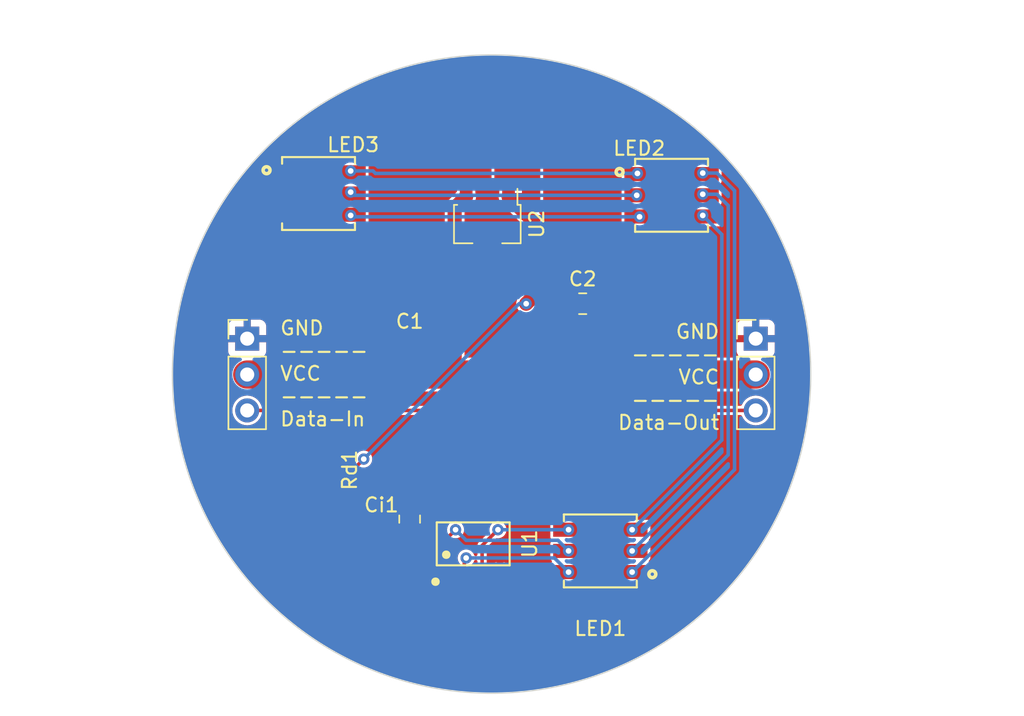
<source format=kicad_pcb>
(kicad_pcb (version 20221018) (generator pcbnew)
  (layers (0 "F.Cu" signal) (31 "B.Cu" signal) (34 "B.Paste" user) (35 "F.Paste" user) (36 "B.SilkS" user "B.Silkscreen") (37 "F.SilkS" user "F.Silkscreen") (38 "B.Mask" user) (39 "F.Mask" user) (44 "Edge.Cuts" user))
  (net 0 "")
  (net 1 "GND")
  (net 2 "VCC")
  (net 3 "+12V")
  (net 4 "Net-(U1-VDD)")
  (net 5 "Net-(U1-OUTB)")
  (net 6 "Net-(U1-OUTR)")
  (net 7 "Net-(U1-OUTG)")
  (net 8 "Net-(LED1-+-Pad1)")
  (net 9 "Net-(LED1-+-Pad2)")
  (net 10 "Net-(LED1-+-Pad3)")
  (net 11 "Net-(LED2-+-Pad1)")
  (net 12 "Net-(LED2-+-Pad2)")
  (net 13 "Net-(LED2-+-Pad3)")
  (net 15 "Data-In")
  (net 16 "Data-Out")
  (footprint "Capacitor_SMD:C_0805_2012Metric" (layer "F.Cu") (at 131.5 104.25 -90)
    (fp_text reference "Ci1" (at -1 2 -180) (layer "F.SilkS"))
    (fp_text value "100nf" hide)
    (fp_line (start -0.261252 -0.735) (end 0.261252 -0.735) (stroke (width 0.12)) (layer "F.SilkS"))
    (fp_line (start -0.261252 0.735) (end 0.261252 0.735) (stroke (width 0.12)) (layer "F.SilkS"))
    (pad "1" smd roundrect (at -0.95 0 270) (size 1 1.45) (layers "F.Cu" "F.Paste" "F.Mask") (net 4 "Net-(U1-VDD)"))
    (pad "2" smd roundrect (at 0.95 0 270) (size 1 1.45) (layers "F.Cu" "F.Paste" "F.Mask") (net 1 "GND"))
  )
  (footprint "models:LED-SMD_6P-L5.0-W5.0-TL_TC5050RGBF08" (layer "F.Cu") (at 150.0425 81.325)
    (fp_text reference "LED2" (at -2.2925 -3.325) (layer "F.SilkS"))
    (fp_text value "TC5050RGBF08-3CJH-AF53A" hide)
    (fp_line (start -2.58 -2.58) (end -2.58 -2.58) (stroke (width 0.15)) (layer "F.SilkS"))
    (fp_line (start -2.58 -2.58) (end -2.58 -2.11) (stroke (width 0.15)) (layer "F.SilkS"))
    (fp_line (start -2.58 2.58) (end -2.58 2.11) (stroke (width 0.15)) (layer "F.SilkS"))
    (fp_line (start -2.58 2.58) (end -2.58 2.58) (stroke (width 0.15)) (layer "F.SilkS"))
    (fp_line (start 2.58 -2.58) (end -2.58 -2.58) (stroke (width 0.15)) (layer "F.SilkS"))
    (fp_line (start 2.58 -2.58) (end 2.58 -2.58) (stroke (width 0.15)) (layer "F.SilkS"))
    (fp_line (start 2.58 -2.11) (end 2.58 -2.58) (stroke (width 0.15)) (layer "F.SilkS"))
    (fp_line (start 2.58 2.11) (end 2.58 2.58) (stroke (width 0.15)) (layer "F.SilkS"))
    (fp_line (start 2.58 2.58) (end -2.58 2.58) (stroke (width 0.15)) (layer "F.SilkS"))
    (fp_line (start 2.58 2.58) (end 2.58 2.58) (stroke (width 0.15)) (layer "F.SilkS"))
    (fp_circle (center -3.68 -1.65) (end -3.56 -1.65) (stroke (width 0.25)) (fill none) (layer "F.SilkS"))
    (pad "1" smd rect (at -2.21 -1.5) (size 2.26 1) (layers "F.Cu" "F.Paste" "F.Mask") (net 11 "Net-(LED2-+-Pad1)"))
    (pad "2" smd rect (at -2.21 0) (size 2.26 1) (layers "F.Cu" "F.Paste" "F.Mask") (net 12 "Net-(LED2-+-Pad2)"))
    (pad "3" smd rect (at -2.21 1.5) (size 2.26 1) (layers "F.Cu" "F.Paste" "F.Mask") (net 13 "Net-(LED2-+-Pad3)"))
    (pad "4" smd rect (at 2.21 1.5) (size 2.26 1) (layers "F.Cu" "F.Paste" "F.Mask") (net 10 "Net-(LED1-+-Pad3)"))
    (pad "5" smd rect (at 2.21 0) (size 2.26 1) (layers "F.Cu" "F.Paste" "F.Mask") (net 9 "Net-(LED1-+-Pad2)"))
    (pad "6" smd rect (at 2.21 -1.5) (size 2.26 1) (layers "F.Cu" "F.Paste" "F.Mask") (net 8 "Net-(LED1-+-Pad1)"))
  )
  (footprint "Resistor_SMD:R_0201_0603Metric" (layer "F.Cu") (at 127.25 103 -90)
    (fp_text reference "Rd1" (at -2.22 0 90) (layer "F.SilkS"))
    (fp_text value "3.3k" hide)
    (pad "1" smd roundrect (at -0.32 0 270) (size 0.46 0.4) (layers "F.Cu" "F.Mask") (net 3 "+12V"))
    (pad "2" smd roundrect (at 0.32 0 270) (size 0.46 0.4) (layers "F.Cu" "F.Mask") (net 4 "Net-(U1-VDD)"))
  )
  (footprint "Capacitor_SMD:C_0805_2012Metric" (layer "F.Cu") (at 143.75 89 180)
    (fp_text reference "C2" (at 0 1.75) (layer "F.SilkS"))
    (fp_text value "0.1uF" hide)
    (fp_line (start -0.261252 -0.735) (end 0.261252 -0.735) (stroke (width 0.12)) (layer "F.SilkS"))
    (fp_line (start -0.261252 0.735) (end 0.261252 0.735) (stroke (width 0.12)) (layer "F.SilkS"))
    (pad "1" smd roundrect (at -0.95 0 180) (size 1 1.45) (layers "F.Cu" "F.Paste" "F.Mask") (net 1 "GND"))
    (pad "2" smd roundrect (at 0.95 0 180) (size 1 1.45) (layers "F.Cu" "F.Paste" "F.Mask") (net 3 "+12V"))
  )
  (footprint "Connector_PinHeader_2.54mm:PinHeader_1x03_P2.54mm_Vertical" (layer "F.Cu") (at 156 91.475)
    (fp_text reference "REF**" hide)
    (fp_text value "PinHeader_1x03_P2.54mm_Vertical" hide)
    (fp_line (start -1.33 -1.33) (end 0 -1.33) (stroke (width 0.12)) (layer "F.SilkS"))
    (fp_line (start -1.33 0) (end -1.33 -1.33) (stroke (width 0.12)) (layer "F.SilkS"))
    (fp_line (start -1.33 1.27) (end -1.33 6.41) (stroke (width 0.12)) (layer "F.SilkS"))
    (fp_line (start -1.33 1.27) (end 1.33 1.27) (stroke (width 0.12)) (layer "F.SilkS"))
    (fp_line (start -1.33 6.41) (end 1.33 6.41) (stroke (width 0.12)) (layer "F.SilkS"))
    (fp_line (start 1.33 1.27) (end 1.33 6.41) (stroke (width 0.12)) (layer "F.SilkS"))
    (pad "1" thru_hole rect (at 0 0) (size 1.7 1.7) (drill 1) (layers "*.Cu" "*.Mask") (net 1 "GND"))
    (pad "2" thru_hole oval (at 0 2.54) (size 1.7 1.7) (drill 1) (layers "*.Cu" "*.Mask") (net 2 "VCC"))
    (pad "3" thru_hole oval (at 0 5.08) (size 1.7 1.7) (drill 1) (layers "*.Cu" "*.Mask") (net 16 "Data-Out"))
  )
  (footprint "Capacitor_SMD:C_0201_0603Metric_Pad0.64x0.40mm_HandSolder" (layer "F.Cu") (at 131.5 89)
    (fp_text reference "C1" (at 0 1.25) (layer "F.SilkS"))
    (fp_text value "0.33uF" hide)
    (pad "1" smd roundrect (at -0.4075 0) (size 0.635 0.4) (layers "F.Cu" "F.Mask") (net 1 "GND"))
    (pad "2" smd roundrect (at 0.4075 0) (size 0.635 0.4) (layers "F.Cu" "F.Mask") (net 2 "VCC"))
  )
  (footprint "Package_TO_SOT_SMD:SOT-89-3" (layer "F.Cu") (at 137 83.3625 -90)
    (fp_text reference "U2" (at 0 -3.5 90) (layer "F.SilkS"))
    (fp_text value "L78L12_SOT89" hide)
    (fp_line (start -2.5 -2.13) (end -1.36 -2.13) (stroke (width 0.12)) (layer "F.SilkS"))
    (fp_line (start -1.36 -2.36) (end -1.36 -2.13) (stroke (width 0.12)) (layer "F.SilkS"))
    (fp_line (start -1.36 -2.36) (end 1.36 -2.36) (stroke (width 0.12)) (layer "F.SilkS"))
    (fp_line (start -1.36 2.36) (end -1.36 2.13) (stroke (width 0.12)) (layer "F.SilkS"))
    (fp_line (start 1.36 -2.36) (end 1.36 -1.05) (stroke (width 0.12)) (layer "F.SilkS"))
    (fp_line (start 1.36 1.05) (end 1.36 2.36) (stroke (width 0.12)) (layer "F.SilkS"))
    (fp_line (start 1.36 2.36) (end -1.36 2.36) (stroke (width 0.12)) (layer "F.SilkS"))
    (pad "1" smd rect (at -1.95 -1.5 270) (size 1.3 0.9) (layers "F.Cu" "F.Paste" "F.Mask") (net 3 "+12V"))
    (pad "2" smd custom (at -1.8625 0 270) (size 1.475 0.9) (layers "F.Cu" "F.Paste" "F.Mask") (net 1 "GND") (options (clearance outline) (anchor rect)) (primitives (gr_poly (pts (xy 3.8625 0.8665) (xy 0.7375 0.8665) (xy 0.7375 -0.8665) (xy 3.8625 -0.8665)) (width 0) (fill yes))))
    (pad "3" smd rect (at -1.95 1.5 270) (size 1.3 0.9) (layers "F.Cu" "F.Paste" "F.Mask") (net 2 "VCC"))
  )
  (footprint "models:SOP-8_L4.9-W3.9-P1.27-LS6.0-BL" (layer "F.Cu") (at 136 106)
    (fp_text reference "U1" (at 4 0 90) (layer "F.SilkS"))
    (fp_text value "WS2811" hide)
    (fp_line (start -2.58 -1.52) (end 2.58 -1.52) (stroke (width 0.15)) (layer "F.SilkS"))
    (fp_line (start -2.58 1.52) (end -2.58 -1.52) (stroke (width 0.15)) (layer "F.SilkS"))
    (fp_line (start 2.58 -1.52) (end 2.58 1.52) (stroke (width 0.15)) (layer "F.SilkS"))
    (fp_line (start 2.58 1.52) (end -2.58 1.52) (stroke (width 0.15)) (layer "F.SilkS"))
    (fp_circle (center -2.67 2.68) (end -2.52 2.68) (stroke (width 0.3)) (fill none) (layer "F.SilkS"))
    (fp_circle (center -1.91 0.77) (end -1.76 0.77) (stroke (width 0.3)) (fill none) (layer "F.SilkS"))
    (pad "1" smd oval (at -1.91 2.68) (size 0.63 1.86) (layers "F.Cu" "F.Paste" "F.Mask") (net 6 "Net-(U1-OUTR)"))
    (pad "2" smd oval (at -0.63 2.68) (size 0.63 1.86) (layers "F.Cu" "F.Paste" "F.Mask") (net 7 "Net-(U1-OUTG)"))
    (pad "3" smd oval (at 0.63 2.68) (size 0.63 1.86) (layers "F.Cu" "F.Paste" "F.Mask") (net 5 "Net-(U1-OUTB)"))
    (pad "4" smd oval (at 1.9 2.68) (size 0.63 1.86) (layers "F.Cu" "F.Paste" "F.Mask") (net 1 "GND"))
    (pad "5" smd oval (at 1.9 -2.68) (size 0.63 1.86) (layers "F.Cu" "F.Paste" "F.Mask") (net 16 "Data-Out"))
    (pad "6" smd oval (at 0.63 -2.68) (size 0.63 1.86) (layers "F.Cu" "F.Paste" "F.Mask") (net 15 "Data-In"))
    (pad "7" smd oval (at -0.63 -2.68) (size 0.63 1.86) (layers "F.Cu" "F.Paste" "F.Mask"))
    (pad "8" smd oval (at -1.91 -2.68) (size 0.63 1.86) (layers "F.Cu" "F.Paste" "F.Mask") (net 4 "Net-(U1-VDD)"))
  )
  (footprint "Connector_PinHeader_2.54mm:PinHeader_1x03_P2.54mm_Vertical" (layer "F.Cu") (at 120 91.475)
    (fp_text reference "REF**" hide)
    (fp_text value "PinHeader_1x03_P2.54mm_Vertical" hide)
    (fp_line (start -1.33 -1.33) (end 0 -1.33) (stroke (width 0.12)) (layer "F.SilkS"))
    (fp_line (start -1.33 0) (end -1.33 -1.33) (stroke (width 0.12)) (layer "F.SilkS"))
    (fp_line (start -1.33 1.27) (end -1.33 6.41) (stroke (width 0.12)) (layer "F.SilkS"))
    (fp_line (start -1.33 1.27) (end 1.33 1.27) (stroke (width 0.12)) (layer "F.SilkS"))
    (fp_line (start -1.33 6.41) (end 1.33 6.41) (stroke (width 0.12)) (layer "F.SilkS"))
    (fp_line (start 1.33 1.27) (end 1.33 6.41) (stroke (width 0.12)) (layer "F.SilkS"))
    (pad "1" thru_hole rect (at 0 0) (size 1.7 1.7) (drill 1) (layers "*.Cu" "*.Mask") (net 1 "GND"))
    (pad "2" thru_hole oval (at 0 2.54) (size 1.7 1.7) (drill 1) (layers "*.Cu" "*.Mask") (net 2 "VCC"))
    (pad "3" thru_hole oval (at 0 5.08) (size 1.7 1.7) (drill 1) (layers "*.Cu" "*.Mask") (net 15 "Data-In"))
  )
  (footprint "models:LED-SMD_6P-L5.0-W5.0-TL_TC5050RGBF08" (layer "F.Cu") (at 145 106.5 180)
    (fp_text reference "LED1" (at 0 -5.5 180) (layer "F.SilkS"))
    (fp_text value "TC5050RGBF08-3CJH-AF53A" hide)
    (fp_line (start -2.58 -2.58) (end -2.58 -2.58) (stroke (width 0.15)) (layer "F.SilkS"))
    (fp_line (start -2.58 -2.58) (end -2.58 -2.11) (stroke (width 0.15)) (layer "F.SilkS"))
    (fp_line (start -2.58 2.58) (end -2.58 2.11) (stroke (width 0.15)) (layer "F.SilkS"))
    (fp_line (start -2.58 2.58) (end -2.58 2.58) (stroke (width 0.15)) (layer "F.SilkS"))
    (fp_line (start 2.58 -2.58) (end -2.58 -2.58) (stroke (width 0.15)) (layer "F.SilkS"))
    (fp_line (start 2.58 -2.58) (end 2.58 -2.58) (stroke (width 0.15)) (layer "F.SilkS"))
    (fp_line (start 2.58 -2.11) (end 2.58 -2.58) (stroke (width 0.15)) (layer "F.SilkS"))
    (fp_line (start 2.58 2.11) (end 2.58 2.58) (stroke (width 0.15)) (layer "F.SilkS"))
    (fp_line (start 2.58 2.58) (end -2.58 2.58) (stroke (width 0.15)) (layer "F.SilkS"))
    (fp_line (start 2.58 2.58) (end 2.58 2.58) (stroke (width 0.15)) (layer "F.SilkS"))
    (fp_circle (center -3.68 -1.65) (end -3.56 -1.65) (stroke (width 0.25)) (fill none) (layer "F.SilkS"))
    (pad "1" smd rect (at -2.21 -1.5 180) (size 2.26 1) (layers "F.Cu" "F.Paste" "F.Mask") (net 8 "Net-(LED1-+-Pad1)"))
    (pad "2" smd rect (at -2.21 0 180) (size 2.26 1) (layers "F.Cu" "F.Paste" "F.Mask") (net 9 "Net-(LED1-+-Pad2)"))
    (pad "3" smd rect (at -2.21 1.5 180) (size 2.26 1) (layers "F.Cu" "F.Paste" "F.Mask") (net 10 "Net-(LED1-+-Pad3)"))
    (pad "4" smd rect (at 2.21 1.5 180) (size 2.26 1) (layers "F.Cu" "F.Paste" "F.Mask") (net 5 "Net-(U1-OUTB)"))
    (pad "5" smd rect (at 2.21 0 180) (size 2.26 1) (layers "F.Cu" "F.Paste" "F.Mask") (net 6 "Net-(U1-OUTR)"))
    (pad "6" smd rect (at 2.21 -1.5 180) (size 2.26 1) (layers "F.Cu" "F.Paste" "F.Mask") (net 7 "Net-(U1-OUTG)"))
  )
  (footprint "models:LED-SMD_6P-L5.0-W5.0-TL_TC5050RGBF08" (layer "F.Cu") (at 125.05 81.2)
    (fp_text reference "LED3" (at 2.45 -3.45) (layer "F.SilkS"))
    (fp_text value "TC5050RGBF08-3CJH-AF53A" hide)
    (fp_line (start -2.58 -2.58) (end -2.58 -2.58) (stroke (width 0.15)) (layer "F.SilkS"))
    (fp_line (start -2.58 -2.58) (end -2.58 -2.11) (stroke (width 0.15)) (layer "F.SilkS"))
    (fp_line (start -2.58 2.58) (end -2.58 2.11) (stroke (width 0.15)) (layer "F.SilkS"))
    (fp_line (start -2.58 2.58) (end -2.58 2.58) (stroke (width 0.15)) (layer "F.SilkS"))
    (fp_line (start 2.58 -2.58) (end -2.58 -2.58) (stroke (width 0.15)) (layer "F.SilkS"))
    (fp_line (start 2.58 -2.58) (end 2.58 -2.58) (stroke (width 0.15)) (layer "F.SilkS"))
    (fp_line (start 2.58 -2.11) (end 2.58 -2.58) (stroke (width 0.15)) (layer "F.SilkS"))
    (fp_line (start 2.58 2.11) (end 2.58 2.58) (stroke (width 0.15)) (layer "F.SilkS"))
    (fp_line (start 2.58 2.58) (end -2.58 2.58) (stroke (width 0.15)) (layer "F.SilkS"))
    (fp_line (start 2.58 2.58) (end 2.58 2.58) (stroke (width 0.15)) (layer "F.SilkS"))
    (fp_circle (center -3.68 -1.65) (end -3.56 -1.65) (stroke (width 0.25)) (fill none) (layer "F.SilkS"))
    (pad "1" smd rect (at -2.21 -1.5) (size 2.26 1) (layers "F.Cu" "F.Paste" "F.Mask") (net 3 "+12V"))
    (pad "2" smd rect (at -2.21 0) (size 2.26 1) (layers "F.Cu" "F.Paste" "F.Mask") (net 3 "+12V"))
    (pad "3" smd rect (at -2.21 1.5) (size 2.26 1) (layers "F.Cu" "F.Paste" "F.Mask") (net 3 "+12V"))
    (pad "4" smd rect (at 2.21 1.5) (size 2.26 1) (layers "F.Cu" "F.Paste" "F.Mask") (net 13 "Net-(LED2-+-Pad3)"))
    (pad "5" smd rect (at 2.21 0) (size 2.26 1) (layers "F.Cu" "F.Paste" "F.Mask") (net 12 "Net-(LED2-+-Pad2)"))
    (pad "6" smd rect (at 2.21 -1.5) (size 2.26 1) (layers "F.Cu" "F.Paste" "F.Mask") (net 11 "Net-(LED2-+-Pad1)"))
  )
  (gr_circle (center 137.30155 93.98) (end 157.48 83.82) (stroke (width 0.1)) (fill none) (layer "Edge.Cuts"))
  (gr_text "GND\n-----\nVCC\n-----\nData-In" (at 122.25 97.75) (layer "F.SilkS") (effects (font (size 1 1)) (justify left bottom)))
  (gr_text "GND\n-----\nVCC\n-----\nData-Out" (at 153.5 98) (layer "F.SilkS") (effects (font (size 1 1)) (justify right bottom)))
  (segment (start 131.9075 89) (end 134.68 89) (width 0.25) (layer "F.Cu") (net 2))
  (segment (start 134.685 93.73) (end 134.685 88.995) (width 1) (layer "F.Cu") (net 2))
  (segment (start 134.4 94.015) (end 134.685 93.73) (width 0.25) (layer "F.Cu") (net 2))
  (segment (start 134.68 89) (end 134.685 88.995) (width 0.25) (layer "F.Cu") (net 2))
  (segment (start 134.685 82.2275) (end 134.685 88.995) (width 1) (layer "F.Cu") (net 2))
  (segment (start 120 94.015) (end 134.4 94.015) (width 2) (layer "F.Cu") (net 2))
  (segment (start 134.4 94.015) (end 156 94.015) (width 2) (layer "F.Cu") (net 2))
  (segment (start 135.5 81.4125) (end 134.685 82.2275) (width 1) (layer "F.Cu") (net 2))
  (segment (start 138.5 81.4125) (end 140.25 83.1625) (width 1) (layer "F.Cu") (net 3))
  (segment (start 140.25 88.5) (end 139.75 89) (width 1) (layer "F.Cu") (net 3))
  (segment (start 139.77 89) (end 139.765 88.995) (width 0.25) (layer "F.Cu") (net 3))
  (segment (start 140.25 83.1625) (end 140.25 88.5) (width 1) (layer "F.Cu") (net 3))
  (segment (start 142.8 89) (end 139.77 89) (width 0.25) (layer "F.Cu") (net 3))
  (segment (start 127.25 101) (end 128.25 100) (width 0.25) (layer "F.Cu") (net 3))
  (segment (start 127.25 102.68) (end 127.25 101) (width 0.25) (layer "F.Cu") (net 3))
  (via (at 128.25 100) (size 0.8) (drill 0.4) (layers "F.Cu" "B.Cu") (net 3))
  (via (at 139.75 89) (size 0.8) (drill 0.4) (layers "F.Cu" "B.Cu") (net 3))
  (segment (start 128.25 100) (end 139.25 89) (width 0.25) (layer "B.Cu") (net 3))
  (segment (start 139.25 89) (end 139.75 89) (width 0.25) (layer "B.Cu") (net 3))
  (segment (start 134.07 103.3) (end 134.09 103.32) (width 0.25) (layer "F.Cu") (net 4))
  (segment (start 127.25 103.32) (end 131.48 103.32) (width 0.25) (layer "F.Cu") (net 4))
  (segment (start 131.5 103.3) (end 134.07 103.3) (width 0.25) (layer "F.Cu") (net 4))
  (segment (start 131.48 103.32) (end 131.5 103.3) (width 0.25) (layer "F.Cu") (net 4))
  (segment (start 136.63 106.12) (end 137.75 105) (width 0.25) (layer "F.Cu") (net 5))
  (segment (start 136.63 108.68) (end 136.63 106.12) (width 0.25) (layer "F.Cu") (net 5))
  (via (at 142.75 105) (size 0.8) (drill 0.4) (layers "F.Cu" "B.Cu") (net 5))
  (via (at 137.75 105) (size 0.8) (drill 0.4) (layers "F.Cu" "B.Cu") (net 5))
  (segment (start 137.75 105) (end 142.75 105) (width 0.25) (layer "B.Cu") (net 5))
  (segment (start 134.09 105.66) (end 134.09 108.68) (width 0.25) (layer "F.Cu") (net 6))
  (segment (start 134.75 105) (end 134.09 105.66) (width 0.25) (layer "F.Cu") (net 6))
  (via (at 134.75 105) (size 0.8) (drill 0.4) (layers "F.Cu" "B.Cu") (net 6))
  (via (at 142.75 106.5) (size 0.8) (drill 0.4) (layers "F.Cu" "B.Cu") (net 6))
  (segment (start 134.75 105) (end 135.5 105.75) (width 0.25) (layer "B.Cu") (net 6))
  (segment (start 142 105.75) (end 142.75 106.5) (width 0.25) (layer "B.Cu") (net 6))
  (segment (start 135.5 105.75) (end 142 105.75) (width 0.25) (layer "B.Cu") (net 6))
  (segment (start 135.37 107.13) (end 135.5 107) (width 0.25) (layer "F.Cu") (net 7))
  (segment (start 135.37 108.68) (end 135.37 107.13) (width 0.25) (layer "F.Cu") (net 7))
  (via (at 135.5 107) (size 0.8) (drill 0.4) (layers "F.Cu" "B.Cu") (net 7))
  (via (at 142.75 108) (size 0.8) (drill 0.4) (layers "F.Cu" "B.Cu") (net 7))
  (segment (start 135.5 107) (end 141.75 107) (width 0.25) (layer "B.Cu") (net 7))
  (segment (start 141.75 107) (end 142.75 108) (width 0.25) (layer "B.Cu") (net 7))
  (via (at 152.25 79.75) (size 0.8) (drill 0.4) (layers "F.Cu" "B.Cu") (net 8))
  (via (at 147.25 108) (size 0.8) (drill 0.4) (layers "F.Cu" "B.Cu") (net 8))
  (segment (start 154.5 81) (end 153.25 79.75) (width 0.25) (layer "B.Cu") (net 8))
  (segment (start 154.5 100.75) (end 154.5 81) (width 0.25) (layer "B.Cu") (net 8))
  (segment (start 147.25 108) (end 154.5 100.75) (width 0.25) (layer "B.Cu") (net 8))
  (segment (start 153.25 79.75) (end 152.25 79.75) (width 0.25) (layer "B.Cu") (net 8))
  (via (at 152.25 81.25) (size 0.8) (drill 0.4) (layers "F.Cu" "B.Cu") (net 9))
  (via (at 147.25 106.5) (size 0.8) (drill 0.4) (layers "F.Cu" "B.Cu") (net 9))
  (segment (start 154.05 82.05) (end 153.25 81.25) (width 0.25) (layer "B.Cu") (net 9))
  (segment (start 154.05 99.7) (end 154.05 82.05) (width 0.25) (layer "B.Cu") (net 9))
  (segment (start 147.25 106.5) (end 154.05 99.7) (width 0.25) (layer "B.Cu") (net 9))
  (segment (start 153.25 81.25) (end 152.25 81.25) (width 0.25) (layer "B.Cu") (net 9))
  (via (at 147.25 105) (size 0.8) (drill 0.4) (layers "F.Cu" "B.Cu") (net 10))
  (via (at 152.25 82.75) (size 0.8) (drill 0.4) (layers "F.Cu" "B.Cu") (net 10))
  (segment (start 153.6 84.1) (end 152.25 82.75) (width 0.25) (layer "B.Cu") (net 10))
  (segment (start 153.6 98.65) (end 153.6 84.1) (width 0.25) (layer "B.Cu") (net 10))
  (segment (start 147.25 105) (end 153.6 98.65) (width 0.25) (layer "B.Cu") (net 10))
  (via (at 127.325 79.6) (size 0.8) (drill 0.4) (layers "F.Cu" "B.Cu") (net 11))
  (via (at 147.625 79.775) (size 0.8) (drill 0.4) (layers "F.Cu" "B.Cu") (net 11))
  (segment (start 129.074695 79.775) (end 128.899695 79.6) (width 0.25) (layer "B.Cu") (net 11))
  (segment (start 128.899695 79.6) (end 127.325 79.6) (width 0.25) (layer "B.Cu") (net 11))
  (segment (start 147.625 79.775) (end 129.074695 79.775) (width 0.25) (layer "B.Cu") (net 11))
  (via (at 147.575 81.325) (size 0.8) (drill 0.4) (layers "F.Cu" "B.Cu") (net 12))
  (via (at 127.325 81.1) (size 0.8) (drill 0.4) (layers "F.Cu" "B.Cu") (net 12))
  (segment (start 127.55 81.325) (end 127.325 81.1) (width 0.25) (layer "B.Cu") (net 12))
  (segment (start 147.575 81.325) (end 127.55 81.325) (width 0.25) (layer "B.Cu") (net 12))
  (via (at 127.325 82.75) (size 0.8) (drill 0.4) (layers "F.Cu" "B.Cu") (net 13))
  (via (at 147.775 82.85) (size 0.8) (drill 0.4) (layers "F.Cu" "B.Cu") (net 13))
  (segment (start 127.425 82.85) (end 127.325 82.75) (width 0.25) (layer "B.Cu") (net 13))
  (segment (start 147.775 82.85) (end 127.425 82.85) (width 0.25) (layer "B.Cu") (net 13))
  (segment (start 136.63 100.505) (end 132.68 96.555) (width 0.25) (layer "F.Cu") (net 15))
  (segment (start 132.68 96.555) (end 120 96.555) (width 0.25) (layer "F.Cu") (net 15))
  (segment (start 136.63 103.32) (end 136.63 100.505) (width 0.25) (layer "F.Cu") (net 15))
  (segment (start 141.895 96.555) (end 156 96.555) (width 0.25) (layer "F.Cu") (net 16))
  (segment (start 137.9 103.32) (end 137.9 100.55) (width 0.25) (layer "F.Cu") (net 16))
  (segment (start 137.9 100.55) (end 141.895 96.555) (width 0.25) (layer "F.Cu") (net 16))
  (zone (net 3) (net_name "+12V") (layer "F.Cu") (priority 1) (connect_pads (clearance 0)) (min_thickness 0.25) (fill yes (thermal_gap 0.5) (thermal_bridge_width 0.5))
    (polygon (pts (xy 140.75 77.25) (xy 123.75 77.25) (xy 122.5 77.25) (xy 120.75 79) (xy 120.75 84.25) (xy 125 84.25) (xy 125 79) (xy 137.5 79) (xy 137.5 80) (xy 137.5 82.25) (xy 140.75 82.25) (xy 140.75 79.75)))
  )
  (zone (net 1) (net_name "GND") (layers "F&B.Cu") (connect_pads (clearance 0)) (min_thickness 0.25) (fill yes (thermal_gap 0.5) (thermal_bridge_width 0.5) (island_removal_mode 1) (island_area_min 10))
    (polygon (pts (xy 115 67.8) (xy 102.5 92.5) (xy 115 118.2) (xy 162.5 118.2) (xy 175 92.5) (xy 162.5 67.5)))
  )
)
</source>
